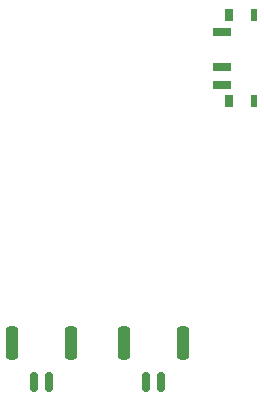
<source format=gbr>
G04 #@! TF.GenerationSoftware,KiCad,Pcbnew,8.0.0-rc1-52-g27482ef8a0*
G04 #@! TF.CreationDate,2024-01-20T20:33:33+01:00*
G04 #@! TF.ProjectId,test,74657374-2e6b-4696-9361-645f70636258,rev?*
G04 #@! TF.SameCoordinates,Original*
G04 #@! TF.FileFunction,Paste,Bot*
G04 #@! TF.FilePolarity,Positive*
%FSLAX46Y46*%
G04 Gerber Fmt 4.6, Leading zero omitted, Abs format (unit mm)*
G04 Created by KiCad (PCBNEW 8.0.0-rc1-52-g27482ef8a0) date 2024-01-20 20:33:33*
%MOMM*%
%LPD*%
G01*
G04 APERTURE LIST*
G04 Aperture macros list*
%AMRoundRect*
0 Rectangle with rounded corners*
0 $1 Rounding radius*
0 $2 $3 $4 $5 $6 $7 $8 $9 X,Y pos of 4 corners*
0 Add a 4 corners polygon primitive as box body*
4,1,4,$2,$3,$4,$5,$6,$7,$8,$9,$2,$3,0*
0 Add four circle primitives for the rounded corners*
1,1,$1+$1,$2,$3*
1,1,$1+$1,$4,$5*
1,1,$1+$1,$6,$7*
1,1,$1+$1,$8,$9*
0 Add four rect primitives between the rounded corners*
20,1,$1+$1,$2,$3,$4,$5,0*
20,1,$1+$1,$4,$5,$6,$7,0*
20,1,$1+$1,$6,$7,$8,$9,0*
20,1,$1+$1,$8,$9,$2,$3,0*%
G04 Aperture macros list end*
%ADD10RoundRect,0.150000X0.150000X0.700000X-0.150000X0.700000X-0.150000X-0.700000X0.150000X-0.700000X0*%
%ADD11RoundRect,0.250000X0.250000X1.150000X-0.250000X1.150000X-0.250000X-1.150000X0.250000X-1.150000X0*%
%ADD12R,1.498600X0.698500*%
%ADD13R,0.599440X0.998220*%
%ADD14R,0.797560X0.998220*%
G04 APERTURE END LIST*
D10*
X60625000Y-120450000D03*
X59375000Y-120450000D03*
D11*
X62475000Y-117100000D03*
X57525000Y-117100000D03*
D12*
X65752480Y-95247900D03*
X65752480Y-93749300D03*
X65752480Y-90752100D03*
D13*
X68498220Y-96649980D03*
D14*
X66400180Y-96649980D03*
D13*
X68498220Y-89350020D03*
D14*
X66400180Y-89350020D03*
D10*
X51125000Y-120450000D03*
X49875000Y-120450000D03*
D11*
X52975000Y-117100000D03*
X48025000Y-117100000D03*
M02*

</source>
